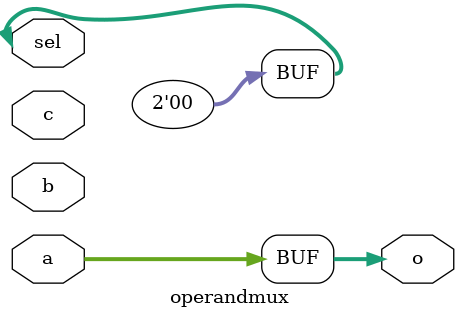
<source format=v>
module operandmux(
    input [31:0]a,b,c,
    input [1:0]sel,
    output [31:0]o
);
    always@(*)
    begin
        sel = 2'b00;
        case (sel)
            0 : o = a;
            1 : o = b;
            2 : o = c;
        endcase
    end    
endmodule
</source>
